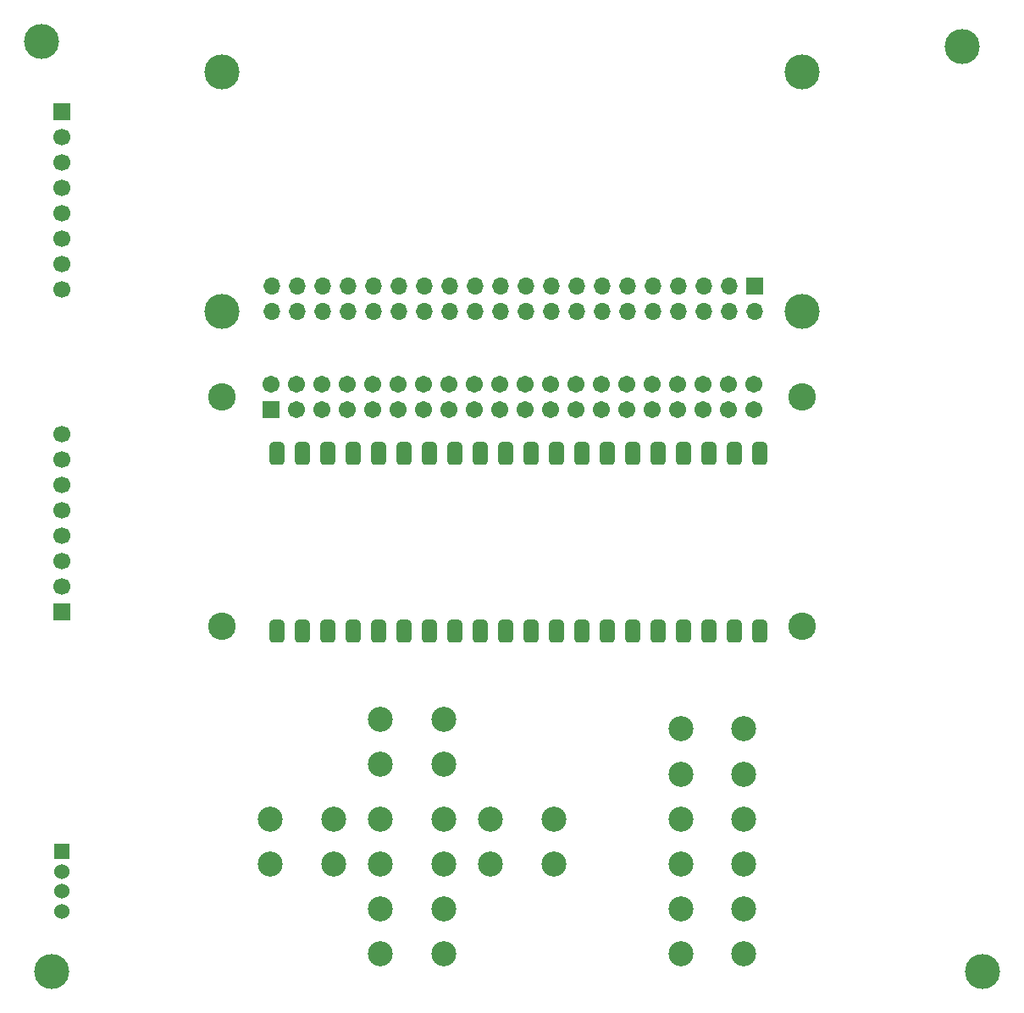
<source format=gbr>
%TF.GenerationSoftware,KiCad,Pcbnew,9.0.2*%
%TF.CreationDate,2025-07-09T11:52:06-06:00*%
%TF.ProjectId,seedsigner-hardware-dev-v1,73656564-7369-4676-9e65-722d68617264,rev?*%
%TF.SameCoordinates,Original*%
%TF.FileFunction,Soldermask,Bot*%
%TF.FilePolarity,Negative*%
%FSLAX46Y46*%
G04 Gerber Fmt 4.6, Leading zero omitted, Abs format (unit mm)*
G04 Created by KiCad (PCBNEW 9.0.2) date 2025-07-09 11:52:06*
%MOMM*%
%LPD*%
G01*
G04 APERTURE LIST*
G04 Aperture macros list*
%AMRoundRect*
0 Rectangle with rounded corners*
0 $1 Rounding radius*
0 $2 $3 $4 $5 $6 $7 $8 $9 X,Y pos of 4 corners*
0 Add a 4 corners polygon primitive as box body*
4,1,4,$2,$3,$4,$5,$6,$7,$8,$9,$2,$3,0*
0 Add four circle primitives for the rounded corners*
1,1,$1+$1,$2,$3*
1,1,$1+$1,$4,$5*
1,1,$1+$1,$6,$7*
1,1,$1+$1,$8,$9*
0 Add four rect primitives between the rounded corners*
20,1,$1+$1,$2,$3,$4,$5,0*
20,1,$1+$1,$4,$5,$6,$7,0*
20,1,$1+$1,$6,$7,$8,$9,0*
20,1,$1+$1,$8,$9,$2,$3,0*%
G04 Aperture macros list end*
%ADD10R,1.524000X1.524000*%
%ADD11C,1.524000*%
%ADD12C,2.500000*%
%ADD13C,3.500000*%
%ADD14R,1.700000X1.700000*%
%ADD15O,1.700000X1.700000*%
%ADD16C,2.750000*%
%ADD17RoundRect,0.102000X-0.754000X-0.754000X0.754000X-0.754000X0.754000X0.754000X-0.754000X0.754000X0*%
%ADD18C,1.712000*%
%ADD19C,1.700000*%
%ADD20RoundRect,0.381000X0.381000X-0.762000X0.381000X0.762000X-0.381000X0.762000X-0.381000X-0.762000X0*%
G04 APERTURE END LIST*
D10*
%TO.C,J1*%
X5000000Y-84000000D03*
D11*
X5000000Y-86000000D03*
X5000000Y-88000000D03*
X5000000Y-90000000D03*
%TD*%
D12*
%TO.C,SW4*%
X36850000Y-70750000D03*
X43150000Y-70750000D03*
X36850000Y-75250000D03*
X43150000Y-75250000D03*
%TD*%
D13*
%TO.C,U2*%
X79000000Y-30000000D03*
X79000000Y-6000000D03*
X21000000Y-30000000D03*
X21000000Y-6000000D03*
D14*
X74240000Y-27460000D03*
D15*
X74240000Y-30000000D03*
X71700000Y-27460000D03*
X71700000Y-30000000D03*
X69160000Y-27460000D03*
X69160000Y-30000000D03*
X66620000Y-27460000D03*
X66620000Y-30000000D03*
X64080000Y-27460000D03*
X64080000Y-30000000D03*
X61540000Y-27460000D03*
X61540000Y-30000000D03*
X59000000Y-27460000D03*
X59000000Y-30000000D03*
X56460000Y-27460000D03*
X56460000Y-30000000D03*
X53920000Y-27460000D03*
X53920000Y-30000000D03*
X51380000Y-27460000D03*
X51380000Y-30000000D03*
X48840000Y-27460000D03*
X48840000Y-30000000D03*
X46300000Y-27460000D03*
X46300000Y-30000000D03*
X43760000Y-27460000D03*
X43760000Y-30000000D03*
X41220000Y-27460000D03*
X41220000Y-30000000D03*
X38680000Y-27460000D03*
X38680000Y-30000000D03*
X36140000Y-27460000D03*
X36140000Y-30000000D03*
X33600000Y-27460000D03*
X33600000Y-30000000D03*
X31060000Y-27460000D03*
X31060000Y-30000000D03*
X28520000Y-27460000D03*
X28520000Y-30000000D03*
X25980000Y-27460000D03*
X25980000Y-30000000D03*
%TD*%
D12*
%TO.C,SW8*%
X47850000Y-80750000D03*
X54150000Y-80750000D03*
X47850000Y-85250000D03*
X54150000Y-85250000D03*
%TD*%
D16*
%TO.C,U3*%
X21000000Y-38500000D03*
X21000000Y-61500000D03*
X79000000Y-38500000D03*
X79000000Y-61500000D03*
D17*
X25870000Y-39770000D03*
D18*
X25870000Y-37230000D03*
X28410000Y-39770000D03*
X28410000Y-37230000D03*
X30950000Y-39770000D03*
X30950000Y-37230000D03*
X33490000Y-39770000D03*
X33490000Y-37230000D03*
X36030000Y-39770000D03*
X36030000Y-37230000D03*
X38570000Y-39770000D03*
X38570000Y-37230000D03*
X41110000Y-39770000D03*
X41110000Y-37230000D03*
X43650000Y-39770000D03*
X43650000Y-37230000D03*
X46190000Y-39770000D03*
X46190000Y-37230000D03*
X48730000Y-39770000D03*
X48730000Y-37230000D03*
X51270000Y-39770000D03*
X51270000Y-37230000D03*
X53810000Y-39770000D03*
X53810000Y-37230000D03*
X56350000Y-39770000D03*
X56350000Y-37230000D03*
X58890000Y-39770000D03*
X58890000Y-37230000D03*
X61430000Y-39770000D03*
X61430000Y-37230000D03*
X63970000Y-39770000D03*
X63970000Y-37230000D03*
X66510000Y-39770000D03*
X66510000Y-37230000D03*
X69050000Y-39770000D03*
X69050000Y-37230000D03*
X71590000Y-39770000D03*
X71590000Y-37230000D03*
X74130000Y-39770000D03*
X74130000Y-37230000D03*
%TD*%
D14*
%TO.C,LCD2*%
X5000000Y-10000000D03*
D19*
X5000000Y-12540000D03*
X5000000Y-15080000D03*
X5000000Y-17620000D03*
X5000000Y-20160000D03*
X5000000Y-22700000D03*
X5000000Y-25240000D03*
X5000000Y-27780000D03*
%TD*%
D20*
%TO.C,U4*%
X26500000Y-62000000D03*
X29040000Y-62000000D03*
X31580000Y-62000000D03*
X34120000Y-62000000D03*
X36660000Y-62000000D03*
X39200000Y-62000000D03*
X41740000Y-62000000D03*
X44280000Y-62000000D03*
X46820000Y-62000000D03*
X49360000Y-62000000D03*
X51900000Y-62000000D03*
X54440000Y-62000000D03*
X56980000Y-62000000D03*
X59520000Y-62000000D03*
X62060000Y-62000000D03*
X64600000Y-62000000D03*
X67140000Y-62000000D03*
X69680000Y-62000000D03*
X72220000Y-62000000D03*
X74760000Y-62000000D03*
X74760000Y-44220000D03*
X72220000Y-44220000D03*
X69680000Y-44220000D03*
X67140000Y-44220000D03*
X64600000Y-44220000D03*
X62060000Y-44220000D03*
X59520000Y-44220000D03*
X56980000Y-44220000D03*
X54440000Y-44220000D03*
X51900000Y-44220000D03*
X49360000Y-44220000D03*
X46820000Y-44220000D03*
X44280000Y-44220000D03*
X41740000Y-44220000D03*
X39200000Y-44220000D03*
X36660000Y-44220000D03*
X34120000Y-44220000D03*
X31580000Y-44220000D03*
X29040000Y-44220000D03*
X26500000Y-44220000D03*
%TD*%
D12*
%TO.C,SW1*%
X66850000Y-71750000D03*
X73150000Y-71750000D03*
X66850000Y-76250000D03*
X73150000Y-76250000D03*
%TD*%
D13*
%TO.C,H3*%
X97000000Y-96000000D03*
%TD*%
D12*
%TO.C,SW7*%
X25850000Y-80750000D03*
X32150000Y-80750000D03*
X25850000Y-85250000D03*
X32150000Y-85250000D03*
%TD*%
D13*
%TO.C,H4*%
X4000000Y-96000000D03*
%TD*%
D14*
%TO.C,LCD1*%
X5000000Y-60000000D03*
D19*
X5000000Y-57460000D03*
X5000000Y-54920000D03*
X5000000Y-52380000D03*
X5000000Y-49840000D03*
X5000000Y-47300000D03*
X5000000Y-44760000D03*
X5000000Y-42220000D03*
%TD*%
D13*
%TO.C,H2*%
X95000000Y-3500000D03*
%TD*%
D12*
%TO.C,SW3*%
X66850000Y-89750000D03*
X73150000Y-89750000D03*
X66850000Y-94250000D03*
X73150000Y-94250000D03*
%TD*%
D13*
%TO.C,H1*%
X3000000Y-3000000D03*
%TD*%
D12*
%TO.C,SW2*%
X66850000Y-80750000D03*
X73150000Y-80750000D03*
X66850000Y-85250000D03*
X73150000Y-85250000D03*
%TD*%
%TO.C,SW6*%
X36850000Y-89750000D03*
X43150000Y-89750000D03*
X36850000Y-94250000D03*
X43150000Y-94250000D03*
%TD*%
%TO.C,SW5*%
X36850000Y-80750000D03*
X43150000Y-80750000D03*
X36850000Y-85250000D03*
X43150000Y-85250000D03*
%TD*%
M02*

</source>
